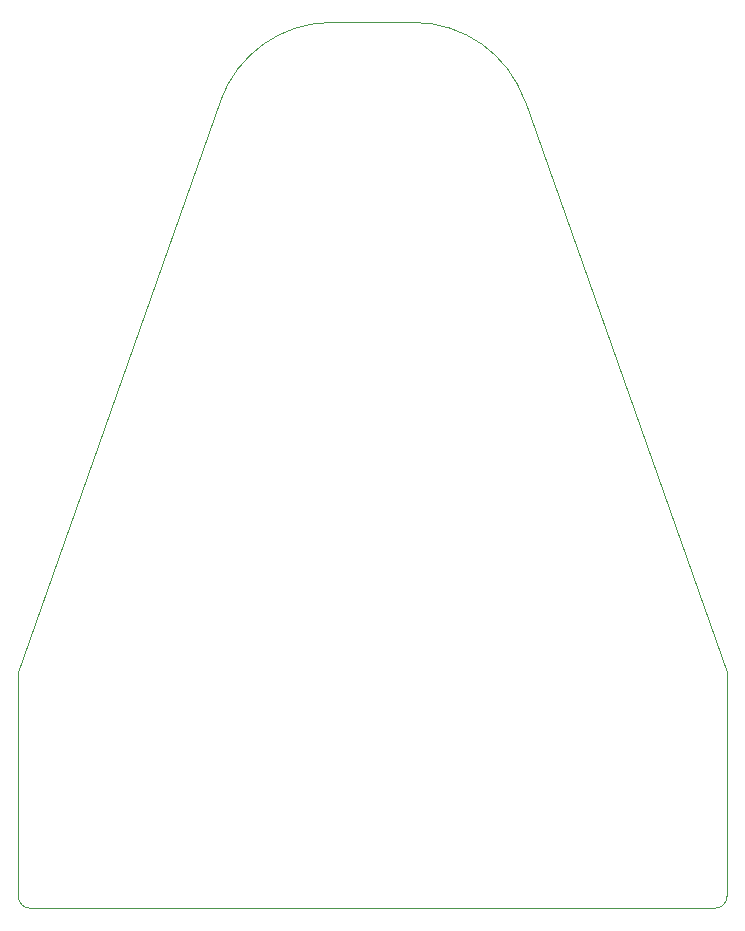
<source format=gbr>
G04 #@! TF.FileFunction,Profile,NP*
%FSLAX46Y46*%
G04 Gerber Fmt 4.6, Leading zero omitted, Abs format (unit mm)*
G04 Created by KiCad (PCBNEW 4.0.4-stable) date 10/27/17 11:40:57*
%MOMM*%
%LPD*%
G01*
G04 APERTURE LIST*
%ADD10C,0.100000*%
G04 APERTURE END LIST*
D10*
X144120000Y-123090000D02*
X115120000Y-123090000D01*
X115120000Y-123090000D02*
G75*
G02X114120000Y-122090000I0J1000000D01*
G01*
X114120000Y-122090000D02*
X114120000Y-103090000D01*
X114120000Y-103090000D02*
X131227803Y-54753498D01*
X131227796Y-54753502D02*
G75*
G02X140654766Y-48090000I9426971J-3336498D01*
G01*
X140654767Y-48090000D02*
X144120000Y-48090000D01*
X147585233Y-48090000D02*
X144120000Y-48090000D01*
X147585232Y-48090000D02*
G75*
G02X157012203Y-54753500I1J-10000000D01*
G01*
X174120000Y-103090000D02*
X157012197Y-54753498D01*
X174120000Y-122090000D02*
X174120000Y-103090000D01*
X174120000Y-122090000D02*
G75*
G02X173120000Y-123090000I-1000000J0D01*
G01*
X144120000Y-123090000D02*
X173120000Y-123090000D01*
M02*

</source>
